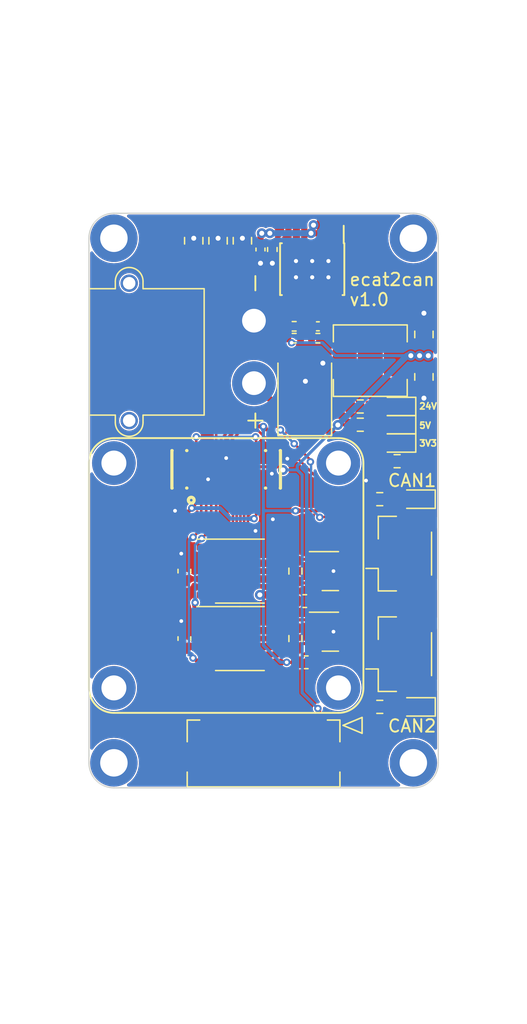
<source format=kicad_pcb>
(kicad_pcb (version 20221018) (generator pcbnew)
  (layers (0 "F.Cu" signal) (31 "B.Cu" signal) (34 "B.Paste" user) (35 "F.Paste" user) (36 "B.SilkS" user "B.Silkscreen") (37 "F.SilkS" user "F.Silkscreen") (38 "B.Mask" user) (39 "F.Mask" user) (44 "Edge.Cuts" user))
  (net 0 "")
  (net 1 "GND")
  (net 2 "+5V")
  (net 3 "3V3")
  (net 4 "+48V")
  (net 5 "Net-(U6-SW)")
  (net 6 "Net-(U6-BOOT)")
  (net 7 "Net-(D1-A)")
  (net 8 "Net-(D2-A)")
  (net 9 "Net-(D3-A)")
  (net 10 "Net-(D4-A)")
  (net 11 "Net-(D5-A)")
  (net 12 "/LED_CAN0")
  (net 13 "/LED_CAN1")
  (net 14 "/CAN/CAN_L")
  (net 15 "/CAN/CAN_H")
  (net 16 "/CAN1/CAN_L")
  (net 17 "/CAN1/CAN_H")
  (net 18 "Net-(U6-RT{slash}SYNC)")
  (net 19 "/UART_RX")
  (net 20 "/UART_TX")
  (net 21 "/GPIO4")
  (net 22 "/GPIO5")
  (net 23 "/GPIO6")
  (net 24 "/GPIO7")
  (net 25 "/GPIO8")
  (net 26 "/SPI_SCS")
  (net 27 "/SPI_SCK")
  (net 28 "/SPI_MOSI")
  (net 29 "/SPI_MISO")
  (net 30 "/GPIO3")
  (net 31 "/GPIO2")
  (net 32 "/GPIO1")
  (net 33 "/FDCAN2_RX")
  (net 34 "/FDCAN2_TX")
  (net 35 "/FDCAN1_TX")
  (net 36 "/FDCAN1_RX")
  (net 37 "Net-(U6-PG)")
  (net 38 "Net-(U6-FB)")
  (footprint "LED_SMD:LED_0603_1608Metric" (layer "F.Cu") (at 167.7125 87.93 180)
    (fp_text reference "D4" hide)
    (fp_text value "YELLOW")
    (pad "1" smd roundrect (at -0.7875 0 180) (size 0.875 0.95) (layers "F.Cu" "F.Paste" "F.Mask") (net 1 "GND"))
    (pad "2" smd roundrect (at 0.7875 0 180) (size 0.875 0.95) (layers "F.Cu" "F.Paste" "F.Mask") (net 10 "Net-(D4-A)"))
  )
  (footprint "Resistor_SMD:R_0603_1608Metric" (layer "F.Cu") (at 166.3115 110.52 180)
    (fp_text reference "R5" hide)
    (fp_text value "1K")
    (pad "1" smd roundrect (at -0.825 0 180) (size 0.8 0.95) (layers "F.Cu" "F.Paste" "F.Mask") (net 8 "Net-(D2-A)"))
    (pad "2" smd roundrect (at 0.825 0 180) (size 0.8 0.95) (layers "F.Cu" "F.Paste" "F.Mask") (net 3 "3V3"))
  )
  (footprint "Capacitor_SMD:C_0805_2012Metric" (layer "F.Cu") (at 169.85 80.7 90)
    (fp_text reference "C15" hide)
    (fp_text value "47uF/10V")
    (pad "1" smd roundrect (at -0.95 0 90) (size 1 1.45) (layers "F.Cu" "F.Paste" "F.Mask") (net 2 "+5V"))
    (pad "2" smd roundrect (at 0.95 0 90) (size 1 1.45) (layers "F.Cu" "F.Paste" "F.Mask") (net 1 "GND"))
  )
  (footprint "Package_TO_SOT_SMD:SOT-23" (layer "F.Cu") (at 162.35 99.65)
    (fp_text reference "U5" hide)
    (fp_text value "PESD1CAN")
    (pad "1" smd roundrect (at -0.9375 -0.95) (size 1.475 0.6) (layers "F.Cu" "F.Paste" "F.Mask") (net 17 "/CAN1/CAN_H"))
    (pad "2" smd roundrect (at -0.9375 0.95) (size 1.475 0.6) (layers "F.Cu" "F.Paste" "F.Mask") (net 16 "/CAN1/CAN_L"))
    (pad "3" smd roundrect (at 0.9375 0) (size 1.475 0.6) (layers "F.Cu" "F.Paste" "F.Mask") (net 1 "GND"))
  )
  (footprint "ecat:SMD_NUT_M1.6" (layer "F.Cu") (at 145 109)
    (fp_text reference "H2" hide)
    (fp_text value "Nut" hide)
    (pad "1" thru_hole circle (at 0 0) (size 3.5 3.5) (drill 2) (layers "*.Cu" "*.Mask" "F.Paste"))
  )
  (footprint "Resistor_SMD:R_0402_1005Metric" (layer "F.Cu") (at 157.7 73.9 -90)
    (fp_text reference "R11" hide)
    (fp_text value "64.9k")
    (pad "1" smd roundrect (at -0.51 0 270) (size 0.54 0.64) (layers "F.Cu" "F.Paste" "F.Mask") (net 18 "Net-(U6-RT{slash}SYNC)"))
    (pad "2" smd roundrect (at 0.51 0 270) (size 0.54 0.64) (layers "F.Cu" "F.Paste" "F.Mask") (net 1 "GND"))
  )
  (footprint "Capacitor_SMD:C_0603_1608Metric" (layer "F.Cu") (at 160.3 102.05)
    (fp_text reference "C6" hide)
    (fp_text value "100n")
    (pad "1" smd roundrect (at -0.775 0) (size 0.9 0.95) (layers "F.Cu" "F.Paste" "F.Mask") (net 3 "3V3"))
    (pad "2" smd roundrect (at 0.775 0) (size 0.9 0.95) (layers "F.Cu" "F.Paste" "F.Mask") (net 1 "GND"))
  )
  (footprint "Resistor_SMD:R_0402_1005Metric" (layer "F.Cu") (at 159.45 80.05)
    (fp_text reference "R12" hide)
    (fp_text value "100k")
    (pad "1" smd roundrect (at -0.51 0) (size 0.54 0.64) (layers "F.Cu" "F.Paste" "F.Mask") (net 2 "+5V"))
    (pad "2" smd roundrect (at 0.51 0) (size 0.54 0.64) (layers "F.Cu" "F.Paste" "F.Mask") (net 37 "Net-(U6-PG)"))
  )
  (footprint "MountingHole:MountingHole_2.2mm_M2_DIN965_Pad" (layer "F.Cu") (at 169 115)
    (fp_text reference "H4" hide)
    (fp_text value "MountingHole")
    (pad "1" thru_hole circle (at 0 0) (size 3.8 3.8) (drill 2.2) (layers "*.Cu" "*.Mask"))
  )
  (footprint "Resistor_SMD:R_0603_1608Metric" (layer "F.Cu") (at 167.7 90.85 180)
    (fp_text reference "R8" hide)
    (fp_text value "1K")
    (pad "1" smd roundrect (at -0.825 0 180) (size 0.8 0.95) (layers "F.Cu" "F.Paste" "F.Mask") (net 9 "Net-(D3-A)"))
    (pad "2" smd roundrect (at 0.825 0 180) (size 0.8 0.95) (layers "F.Cu" "F.Paste" "F.Mask") (net 3 "3V3"))
  )
  (footprint "Capacitor_SMD:C_0805_2012Metric" (layer "F.Cu") (at 151.4 73.2 90)
    (fp_text reference "C10" hide)
    (fp_text value "2.2uF/100V")
    (pad "1" smd roundrect (at -0.95 0 90) (size 1 1.45) (layers "F.Cu" "F.Paste" "F.Mask") (net 4 "+48V"))
    (pad "2" smd roundrect (at 0.95 0 90) (size 1 1.45) (layers "F.Cu" "F.Paste" "F.Mask") (net 1 "GND"))
  )
  (footprint "Diode_SMD:D_SMB" (layer "F.Cu") (at 160.3 85.15 90)
    (fp_text reference "D7" hide)
    (fp_text value "SMBJ58")
    (pad "1" smd roundrect (at -2.15 0 90) (size 2.5 2.3) (layers "F.Cu" "F.Paste" "F.Mask") (roundrect_rratio 0.1086956522) (net 4 "+48V"))
    (pad "2" smd roundrect (at 2.15 0 90) (size 2.5 2.3) (layers "F.Cu" "F.Paste" "F.Mask") (roundrect_rratio 0.1086956522) (net 1 "GND"))
  )
  (footprint "Package_SO:Texas_HTSOP-8-1EP_3.9x4.9mm_P1.27mm_EP2.95x4.9mm_Mask2.4x3.1mm_ThermalVias" (layer "F.Cu") (at 160.895 75.475 -90)
    (fp_text reference "U6" hide)
    (fp_text value "LMR38020FDDAR")
    (pad "1" smd rect (at -2.875 -1.905 270) (size 2.2 0.5) (layers "F.Cu" "F.Paste" "F.Mask") (net 1 "GND"))
    (pad "2" smd rect (at -2.875 -0.635 270) (size 2.2 0.5) (layers "F.Cu" "F.Paste" "F.Mask") (net 4 "+48V"))
    (pad "3" smd rect (at -2.875 0.635 270) (size 2.2 0.5) (layers "F.Cu" "F.Paste" "F.Mask") (net 4 "+48V"))
    (pad "4" smd rect (at -2.875 1.905 270) (size 2.2 0.5) (layers "F.Cu" "F.Paste" "F.Mask") (net 18 "Net-(U6-RT{slash}SYNC)"))
    (pad "5" smd rect (at 2.875 1.905 270) (size 2.2 0.5) (layers "F.Cu" "F.Paste" "F.Mask") (net 38 "Net-(U6-FB)"))
    (pad "6" smd rect (at 2.875 0.635 270) (size 2.2 0.5) (layers "F.Cu" "F.Paste" "F.Mask") (net 37 "Net-(U6-PG)"))
    (pad "7" smd rect (at 2.875 -0.635 270) (size 2.2 0.5) (layers "F.Cu" "F.Paste" "F.Mask") (net 6 "Net-(U6-BOOT)"))
    (pad "8" smd rect (at 2.875 -1.905 270) (size 2.2 0.5) (layers "F.Cu" "F.Paste" "F.Mask") (net 5 "Net-(U6-SW)"))
    (pad "9" thru_hole circle (at -0.65 -1.3 270) (size 0.63 0.63) (drill 0.33) (layers "*.Cu" "*.Mask") (net 1 "GND"))
    (pad "9" thru_hole circle (at -0.65 0 270) (size 0.63 0.63) (drill 0.33) (layers "*.Cu" "*.Mask") (net 1 "GND"))
    (pad "9" thru_hole circle (at -0.65 1.3 270) (size 0.63 0.63) (drill 0.33) (layers "*.Cu" "*.Mask") (net 1 "GND"))
    (pad "9" smd rect (at 0 0 270) (size 2.6 3.3) (layers "B.Cu") (net 1 "GND"))
    (pad "9" smd rect (at 0 0 270) (size 2.95 4.9) (layers "F.Cu") (net 1 "GND"))
    (pad "9" thru_hole circle (at 0.65 -1.3 270) (size 0.63 0.63) (drill 0.33) (layers "*.Cu" "*.Mask") (net 1 "GND"))
    (pad "9" thru_hole circle (at 0.65 0 270) (size 0.63 0.63) (drill 0.33) (layers "*.Cu" "*.Mask") (net 1 "GND"))
    (pad "9" thru_hole circle (at 0.65 1.3 270) (size 0.63 0.63) (drill 0.33) (layers "*.Cu" "*.Mask") (net 1 "GND"))
  )
  (footprint "Resistor_SMD:R_0603_1608Metric" (layer "F.Cu") (at 159.55 99.65 -90)
    (fp_text reference "R7" hide)
    (fp_text value "120")
    (pad "1" smd roundrect (at -0.825 0 270) (size 0.8 0.95) (layers "F.Cu" "F.Paste" "F.Mask") (net 17 "/CAN1/CAN_H"))
    (pad "2" smd roundrect (at 0.825 0 270) (size 0.8 0.95) (layers "F.Cu" "F.Paste" "F.Mask") (net 16 "/CAN1/CAN_L"))
  )
  (footprint "LED_SMD:LED_0603_1608Metric" (layer "F.Cu") (at 169.2735 110.52 180)
    (fp_text reference "D2" hide)
    (fp_text value "BLUE")
    (pad "1" smd roundrect (at -0.7875 0 180) (size 0.875 0.95) (layers "F.Cu" "F.Paste" "F.Mask") (net 13 "/LED_CAN1"))
    (pad "2" smd roundrect (at 0.7875 0 180) (size 0.875 0.95) (layers "F.Cu" "F.Paste" "F.Mask") (net 8 "Net-(D2-A)"))
  )
  (footprint "Capacitor_SMD:C_0603_1608Metric" (layer "F.Cu") (at 150.65 99.65 90)
    (fp_text reference "C8" hide)
    (fp_text value "100n")
    (pad "1" smd roundrect (at -0.775 0 90) (size 0.9 0.95) (layers "F.Cu" "F.Paste" "F.Mask") (net 2 "+5V"))
    (pad "2" smd roundrect (at 0.775 0 90) (size 0.9 0.95) (layers "F.Cu" "F.Paste" "F.Mask") (net 1 "GND"))
  )
  (footprint "ecat:SMD_NUT_M1.6" (layer "F.Cu") (at 145 91)
    (fp_text reference "H1" hide)
    (fp_text value "Nut" hide)
    (pad "1" thru_hole circle (at 0 0) (size 3.5 3.5) (drill 2) (layers "*.Cu" "*.Mask" "F.Paste"))
  )
  (footprint "Capacitor_SMD:C_0402_1005Metric" (layer "F.Cu") (at 161.35 80.05 180)
    (fp_text reference "C13" hide)
    (fp_text value "100nF")
    (pad "1" smd roundrect (at -0.48 0 180) (size 0.56 0.62) (layers "F.Cu" "F.Paste" "F.Mask") (net 5 "Net-(U6-SW)"))
    (pad "2" smd roundrect (at 0.48 0 180) (size 0.56 0.62) (layers "F.Cu" "F.Paste" "F.Mask") (net 6 "Net-(U6-BOOT)"))
  )
  (footprint "MountingHole:MountingHole_2.2mm_M2_DIN965_Pad" (layer "F.Cu") (at 169 73)
    (fp_text reference "H7" hide)
    (fp_text value "MountingHole")
    (pad "1" thru_hole circle (at 0 0) (size 3.8 3.8) (drill 2.2) (layers "*.Cu" "*.Mask"))
  )
  (footprint "MountingHole:MountingHole_2.2mm_M2_DIN965_Pad" (layer "F.Cu") (at 145 73)
    (fp_text reference "H6" hide)
    (fp_text value "MountingHole")
    (pad "1" thru_hole circle (at 0 0) (size 3.8 3.8) (drill 2.2) (layers "*.Cu" "*.Mask"))
  )
  (footprint "ecat:CONN-SMD_30P-P0.40_AXT330224" (layer "F.Cu") (at 154 91.5)
    (fp_text reference "J17" hide)
    (fp_text value "axt330224" hide)
    (pad "" smd rect (at -3.75 -1.5) (size 0.7 1.2) (layers "F.Cu" "F.Paste" "F.Mask"))
    (pad "" smd rect (at -3.75 1.5) (size 0.7 1.2) (layers "F.Cu" "F.Paste" "F.Mask"))
    (pad "" smd rect (at 3.75 -1.5) (size 0.7 1.2) (layers "F.Cu" "F.Paste" "F.Mask"))
    (pad "" smd rect (at 3.75 1.5) (size 0.7 1.2) (layers "F.Cu" "F.Paste" "F.Mask"))
    (pad "1" smd rect (at -2.8 1.7) (size 0.2 0.8) (layers "F.Cu" "F.Paste" "F.Mask") (net 1 "GND"))
    (pad "2" smd rect (at -2.4 1.7) (size 0.2 0.8) (layers "F.Cu" "F.Paste" "F.Mask") (net 2 "+5V"))
    (pad "3" smd rect (at -2 1.7) (size 0.2 0.8) (layers "F.Cu" "F.Paste" "F.Mask") (net 33 "/FDCAN2_RX"))
    (pad "4" smd rect (at -1.6 1.7) (size 0.2 0.8) (layers "F.Cu" "F.Paste" "F.Mask") (net 34 "/FDCAN2_TX"))
    (pad "5" smd rect (at -1.2 1.7) (size 0.2 0.8) (layers "F.Cu" "F.Paste" "F.Mask") (net 35 "/FDCAN1_TX"))
    (pad "6" smd rect (at -0.8 1.7) (size 0.2 0.8) (layers "F.Cu" "F.Paste" "F.Mask") (net 36 "/FDCAN1_RX"))
    (pad "7" smd rect (at -0.4 1.7) (size 0.2 0.8) (layers "F.Cu" "F.Paste" "F.Mask") (net 19 "/UART_RX"))
    (pad "8" smd rect (at 0 1.7) (size 0.2 0.8) (layers "F.Cu" "F.Paste" "F.Mask") (net 20 "/UART_TX"))
    (pad "9" smd rect (at 0.4 1.7) (size 0.2 0.8) (layers "F.Cu" "F.Paste" "F.Mask") (net 21 "/GPIO4"))
    (pad "10" smd rect (at 0.8 1.7) (size 0.2 0.8) (layers "F.Cu" "F.Paste" "F.Mask") (net 22 "/GPIO5"))
    (pad "11" smd rect (at 1.2 1.7) (size 0.2 0.8) (layers "F.Cu" "F.Paste" "F.Mask") (net 23 "/GPIO6"))
    (pad "12" smd rect (at 1.6 1.7) (size 0.2 0.8) (layers "F.Cu" "F.Paste" "F.Mask") (net 24 "/GPIO7"))
    (pad "13" smd rect (at 2 1.7) (size 0.2 0.8) (layers "F.Cu" "F.Paste" "F.Mask") (net 25 "/GPIO8"))
    (pad "14" smd rect (at 2.4 1.7) (size 0.2 0.8) (layers "F.Cu" "F.Paste" "F.Mask") (net 2 "+5V"))
    (pad "15" smd rect (at 2.8 1.7) (size 0.2 0.8) (layers "F.Cu" "F.Paste" "F.Mask") (net 1 "GND"))
    (pad "16" smd rect (at 2.8 -1.7) (size 0.2 0.8) (layers "F.Cu" "F.Paste" "F.Mask") (net 1 "GND"))
    (pad "17" smd rect (at 2.4 -1.7) (size 0.2 0.8) (layers "F.Cu" "F.Paste" "F.Mask") (net 2 "+5V"))
    (pad "18" smd rect (at 2 -1.7) (size 0.2 0.8) (layers "F.Cu" "F.Paste" "F.Mask") (net 26 "/SPI_SCS"))
    (pad "19" smd rect (at 1.6 -1.7) (size 0.2 0.8) (layers "F.Cu" "F.Paste" "F.Mask") (net 27 "/SPI_SCK"))
    (pad "20" smd rect (at 1.2 -1.7) (size 0.2 0.8) (layers "F.Cu" "F.Paste" "F.Mask") (net 28 "/SPI_MOSI"))
    (pad "21" smd rect (at 0.8 -1.7) (size 0.2 0.8) (layers "F.Cu" "F.Paste" "F.Mask") (net 29 "/SPI_MISO"))
    (pad "22" smd rect (at 0.4 -1.7) (size 0.2 0.8) (layers "F.Cu" "F.Paste" "F.Mask") (net 12 "/LED_CAN0"))
    (pad "23" smd rect (at 0 -1.7) (size 0.2 0.8) (layers "F.Cu" "F.Paste" "F.Mask") (net 1 "GND"))
    (pad "24" smd rect (at -0.4 -1.7) (size 0.2 0.8) (layers "F.Cu" "F.Paste" "F.Mask") (net 3 "3V3"))
    (pad "25" smd rect (at -0.8 -1.7) (size 0.2 0.8) (layers "F.Cu" "F.Paste" "F.Mask") (net 13 "/LED_CAN1"))
    (pad "26" smd rect (at -1.2 -1.7) (size 0.2 0.8) (layers "F.Cu" "F.Paste" "F.Mask") (net 30 "/GPIO3"))
    (pad "27" smd rect (at -1.6 -1.7) (size 0.2 0.8) (layers "F.Cu" "F.Paste" "F.Mask") (net 31 "/GPIO2"))
    (pad "28" smd rect (at -2 -1.7) (size 0.2 0.8) (layers "F.Cu" "F.Paste" "F.Mask") (net 32 "/GPIO1"))
    (pad "29" smd rect (at -2.4 -1.7) (size 0.2 0.8) (layers "F.Cu" "F.Paste" "F.Mask") (net 2 "+5V"))
    (pad "30" smd rect (at -2.8 -1.7) (size 0.2 0.8) (layers "F.Cu" "F.Paste" "F.Mask") (net 1 "GND"))
  )
  (footprint "Resistor_SMD:R_0603_1608Metric" (layer "F.Cu") (at 164.745 86.47 180)
    (fp_text reference "R10" hide)
    (fp_text value "20K")
    (pad "1" smd roundrect (at -0.825 0 180) (size 0.8 0.95) (layers "F.Cu" "F.Paste" "F.Mask") (net 11 "Net-(D5-A)"))
    (pad "2" smd roundrect (at 0.825 0 180) (size 0.8 0.95) (layers "F.Cu" "F.Paste" "F.Mask") (net 4 "+48V"))
  )
  (footprint "Connector_AMASS:AMASS_XT30PW-M_1x02_P2.50mm_Horizontal" (layer "F.Cu") (at 156.225 79.6 90)
    (fp_text reference "J5" hide)
    (fp_text value "Conn_01x02")
    (fp_text user "-" (at 3 0 90) (layer "F.SilkS") (effects (font (size 1.5 1.5))))
    (fp_text user "+" (at -8 0 90) (layer "F.SilkS") (effects (font (size 1.5 1.5))))
    (pad "" thru_hole circle (at -8 -10 90) (size 1.4 1.4) (drill 1) (layers "*.Cu" "*.Mask"))
    (pad "" thru_hole circle (at 3 -10 90) (size 1.4 1.4) (drill 1) (layers "*.Cu" "*.Mask"))
    (pad "1" thru_hole rect (at 0 0 90) (size 3.5 3.5) (drill 1.9) (layers "*.Cu" "*.Mask") (net 1 "GND"))
    (pad "2" thru_hole circle (at -5 0 90) (size 3.5 3.5) (drill 1.9) (layers "*.Cu" "*.Mask") (net 4 "+48V"))
  )
  (footprint "Capacitor_SMD:C_0603_1608Metric" (layer "F.Cu") (at 160.42 106.95)
    (fp_text reference "C5" hide)
    (fp_text value "100n")
    (pad "1" smd roundrect (at -0.775 0) (size 0.9 0.95) (layers "F.Cu" "F.Paste" "F.Mask") (net 3 "3V3"))
    (pad "2" smd roundrect (at 0.775 0) (size 0.9 0.95) (layers "F.Cu" "F.Paste" "F.Mask") (net 1 "GND"))
  )
  (footprint "Capacitor_SMD:C_0402_1005Metric" (layer "F.Cu") (at 156.75 73.9 -90)
    (fp_text reference "C9" hide)
    (fp_text value "100nF")
    (pad "1" smd roundrect (at -0.48 0 270) (size 0.56 0.62) (layers "F.Cu" "F.Paste" "F.Mask") (net 4 "+48V"))
    (pad "2" smd roundrect (at 0.48 0 270) (size 0.56 0.62) (layers "F.Cu" "F.Paste" "F.Mask") (net 1 "GND"))
  )
  (footprint "ecat:SMD_NUT_M1.6" (layer "F.Cu") (at 163 109)
    (fp_text reference "H10" hide)
    (fp_text value "Nut" hide)
    (pad "1" thru_hole circle (at 0 0) (size 3.5 3.5) (drill 2) (layers "*.Cu" "*.Mask" "F.Paste"))
  )
  (footprint "ecat:CON_5013311007" (layer "F.Cu") (at 161.496 112.000001)
    (fp_text reference "J1" hide)
    (fp_text value "5013311007")
    (pad "1" smd rect (at 0 0) (size 0.6 1.55) (layers "F.Cu" "F.Paste" "F.Mask") (net 2 "+5V"))
    (pad "2" smd rect (at -1.000001 0) (size 0.6 1.55) (layers "F.Cu" "F.Paste" "F.Mask") (net 1 "GND"))
    (pad "3" smd rect (at -2.000001 0) (size 0.6 1.55) (layers "F.Cu" "F.Paste" "F.Mask") (net 25 "/GPIO8"))
    (pad "4" smd rect (at -2.999999 0) (size 0.6 1.55) (layers "F.Cu" "F.Paste" "F.Mask") (net 24 "/GPIO7"))
    (pad "5" smd rect (at -4 0) (size 0.6 1.55) (layers "F.Cu" "F.Paste" "F.Mask") (net 23 "/GPIO6"))
    (pad "6" smd rect (at -5 0) (size 0.6 1.55) (layers "F.Cu" "F.Paste" "F.Mask") (net 22 "/GPIO5"))
    (pad "7" smd rect (at -6.000001 0) (size 0.6 1.55) (layers "F.Cu" "F.Paste" "F.Mask") (net 21 "/GPIO4"))
    (pad "8" smd rect (at -7.000001 0) (size 0.6 1.55) (layers "F.Cu" "F.Paste" "F.Mask") (net 30 "/GPIO3"))
    (pad "9" smd rect (at -7.999999 0) (size 0.6 1.55) (layers "F.Cu" "F.Paste" "F.Mask") (net 31 "/GPIO2"))
    (pad "10" smd rect (at -9 0) (size 0.6 1.55) (layers "F.Cu" "F.Paste" "F.Mask") (net 32 "/GPIO1"))
    (pad "11" smd rect (at 1.3 2.525001) (size 1.2 1.8) (layers "F.Cu" "F.Paste" "F.Mask"))
    (pad "12" smd rect (at -10.3 2.525001) (size 1.2 1.8) (layers "F.Cu" "F.Paste" "F.Mask"))
  )
  (footprint "ecat:SMD_NUT_M1.6" (layer "F.Cu") (at 163 91)
    (fp_text reference "H3" hide)
    (fp_text value "Nut" hide)
    (pad "1" thru_hole circle (at 0 0) (size 3.5 3.5) (drill 2) (layers "*.Cu" "*.Mask" "F.Paste"))
  )
  (footprint "Connector_JST:JST_GH_SM02B-GHS-TB_1x02-1MP_P1.25mm_Horizontal" (layer "F.Cu") (at 167.9 98.25 90)
    (fp_text reference "J3" hide)
    (fp_text value "Conn_01x02")
    (pad "1" smd roundrect (at -0.625 -1.85 90) (size 0.6 1.7) (layers "F.Cu" "F.Paste" "F.Mask") (net 16 "/CAN1/CAN_L"))
    (pad "2" smd roundrect (at 0.625 -1.85 90) (size 0.6 1.7) (layers "F.Cu" "F.Paste" "F.Mask") (net 17 "/CAN1/CAN_H"))
    (pad "MP" smd roundrect (at -2.475 1.35 90) (size 1 2.7) (layers "F.Cu" "F.Paste" "F.Mask"))
    (pad "MP" smd roundrect (at 2.475 1.35 90) (size 1 2.7) (layers "F.Cu" "F.Paste" "F.Mask"))
  )
  (footprint "MountingHole:MountingHole_2.2mm_M2_DIN965_Pad" (layer "F.Cu") (at 145 115)
    (fp_text reference "H5" hide)
    (fp_text value "MountingHole")
    (pad "1" thru_hole circle (at 0 0) (size 3.8 3.8) (drill 2.2) (layers "*.Cu" "*.Mask"))
  )
  (footprint "LED_SMD:LED_0603_1608Metric" (layer "F.Cu") (at 167.7125 86.47 180)
    (fp_text reference "D5" hide)
    (fp_text value "RED")
    (pad "1" smd roundrect (at -0.7875 0 180) (size 0.875 0.95) (layers "F.Cu" "F.Paste" "F.Mask") (net 1 "GND"))
    (pad "2" smd roundrect (at 0.7875 0 180) (size 0.875 0.95) (layers "F.Cu" "F.Paste" "F.Mask") (net 11 "Net-(D5-A)"))
  )
  (footprint "Resistor_SMD:R_0603_1608Metric" (layer "F.Cu") (at 164.75 87.93 180)
    (fp_text reference "R9" hide)
    (fp_text value "1K")
    (pad "1" smd roundrect (at -0.825 0 180) (size 0.8 0.95) (layers "F.Cu" "F.Paste" "F.Mask") (net 10 "Net-(D4-A)"))
    (pad "2" smd roundrect (at 0.825 0 180) (size 0.8 0.95) (layers "F.Cu" "F.Paste" "F.Mask") (net 2 "+5V"))
  )
  (footprint "Capacitor_SMD:C_0805_2012Metric" (layer "F.Cu") (at 169.85 84.1 -90)
    (fp_text reference "C14" hide)
    (fp_text value "47uF/10V")
    (pad "1" smd roundrect (at -0.95 0 270) (size 1 1.45) (layers "F.Cu" "F.Paste" "F.Mask") (net 2 "+5V"))
    (pad "2" smd roundrect (at 0.95 0 270) (size 1 1.45) (layers "F.Cu" "F.Paste" "F.Mask") (net 1 "GND"))
  )
  (footprint "Package_SO:SOIC-8_3.9x4.9mm_P1.27mm" (layer "F.Cu") (at 155.1 105.05)
    (fp_text reference "U2" hide)
    (fp_text value "TJA1051T-3")
    (pad "1" smd roundrect (at -2.475 -1.905) (size 1.95 0.6) (layers "F.Cu" "F.Paste" "F.Mask") (net 34 "/FDCAN2_TX"))
    (pad "2" smd roundrect (at -2.475 -0.635) (size 1.95 0.6) (layers "F.Cu" "F.Paste" "F.Mask") (net 1 "GND"))
    (pad "3" smd roundrect (at -2.475 0.635) (size 1.95 0.6) (layers "F.Cu" "F.Paste" "F.Mask") (net 2 "+5V"))
    (pad "4" smd roundrect (at -2.475 1.905) (size 1.95 0.6) (layers "F.Cu" "F.Paste" "F.Mask") (net 33 "/FDCAN2_RX"))
    (pad "5" smd roundrect (at 2.475 1.905) (size 1.95 0.6) (layers "F.Cu" "F.Paste" "F.Mask") (net 3 "3V3"))
    (pad "6" smd roundrect (at 2.475 0.635) (size 1.95 0.6) (layers "F.Cu" "F.Paste" "F.Mask") (net 14 "/CAN/CAN_L"))
    (pad "7" smd roundrect (at 2.475 -0.635) (size 1.95 0.6) (layers "F.Cu" "F.Paste" "F.Mask") (net 15 "/CAN/CAN_H"))
    (pad "8" smd roundrect (at 2.475 -1.905) (size 1.95 0.6) (layers "F.Cu" "F.Paste" "F.Mask") (net 1 "GND"))
  )
  (footprint "Resistor_SMD:R_0402_1005Metric" (layer "F.Cu") (at 161.35 81)
    (fp_text reference "R14" hide)
    (fp_text value "10k")
    (pad "1" smd roundrect (at -0.51 0) (size 0.54 0.64) (layers "F.Cu" "F.Paste" "F.Mask") (net 38 "Net-(U6-FB)"))
    (pad "2" smd roundrect (at 0.51 0) (size 0.54 0.64) (layers "F.Cu" "F.Paste" "F.Mask") (net 1 "GND"))
  )
  (footprint "Package_TO_SOT_SMD:SOT-23" (layer "F.Cu") (at 162.35 104.5)
    (fp_text reference "U4" hide)
    (fp_text value "PESD1CAN")
    (pad "1" smd roundrect (at -0.9375 -0.95) (size 1.475 0.6) (layers "F.Cu" "F.Paste" "F.Mask") (net 15 "/CAN/CAN_H"))
    (pad "2" smd roundrect (at -0.9375 0.95) (size 1.475 0.6) (layers "F.Cu" "F.Paste" "F.Mask") (net 14 "/CAN/CAN_L"))
    (pad "3" smd roundrect (at 0.9375 0) (size 1.475 0.6) (layers "F.Cu" "F.Paste" "F.Mask") (net 1 "GND"))
  )
  (footprint "Connector_JST:JST_GH_SM02B-GHS-TB_1x02-1MP_P1.25mm_Horizontal" (layer "F.Cu") (at 167.9 106.3 90)
    (fp_text reference "J2" hide)
    (fp_text value "Conn_01x02")
    (pad "1" smd roundrect (at -0.625 -1.85 90) (size 0.6 1.7) (layers "F.Cu" "F.Paste" "F.Mask") (net 14 "/CAN/CAN_L"))
    (pad "2" smd roundrect (at 0.625 -1.85 90) (size 0.6 1.7) (layers "F.Cu" "F.Paste" "F.Mask") (net 15 "/CAN/CAN_H"))
    (pad "MP" smd roundrect (at -2.475 1.35 90) (size 1 2.7) (layers "F.Cu" "F.Paste" "F.Mask"))
    (pad "MP" smd roundrect (at 2.475 1.35 90) (size 1 2.7) (layers "F.Cu" "F.Paste" "F.Mask"))
  )
  (footprint "Package_SO:SOIC-8_3.9x4.9mm_P1.27mm" (layer "F.Cu") (at 155.1 99.65)
    (fp_text reference "U3" hide)
    (fp_text value "TJA1051T-3")
    (pad "1" smd roundrect (at -2.475 -1.905) (size 1.95 0.6) (layers "F.Cu" "F.Paste" "F.Mask") (net 35 "/FDCAN1_TX"))
    (pad "2" smd roundrect (at -2.475 -0.635) (size 1.95 0.6) (layers "F.Cu" "F.Paste" "F.Mask") (net 1 "GND"))
    (pad "3" smd roundrect (at -2.475 0.635) (size 1.95 0.6) (layers "F.Cu" "F.Paste" "F.Mask") (net 2 "+5V"))
    (pad "4" smd roundrect (at -2.475 1.905) (size 1.95 0.6) (layers "F.Cu" "F.Paste" "F.Mask") (net 36 "/FDCAN1_RX"))
    (pad "5" smd roundrect (at 2.475 1.905) (size 1.95 0.6) (layers "F.Cu" "F.Paste" "F.Mask") (net 3 "3V3"))
    (pad "6" smd roundrect (at 2.475 0.635) (size 1.95 0.6) (layers "F.Cu" "F.Paste" "F.Mask") (net 16 "/CAN1/CAN_L"))
    (pad "7" smd roundrect (at 2.475 -0.635) (size 1.95 0.6) (layers "F.Cu" "F.Paste" "F.Mask") (net 17 "/CAN1/CAN_H"))
    (pad "8" smd roundrect (at 2.475 -1.905) (size 1.95 0.6) (layers "F.Cu" "F.Paste" "F.Mask") (net 1 "GND"))
  )
  (footprint "Resistor_SMD:R_0402_1005Metric" (layer "F.Cu") (at 159.45 81)
    (fp_text reference "R13" hide)
    (fp_text value "40.2k")
    (pad "1" smd roundrect (at -0.51 0) (size 0.54 0.64) (layers "F.Cu" "F.Paste" "F.Mask") (net 2 "+5V"))
    (pad "2" smd roundrect (at 0.51 0) (size 0.54 0.64) (layers "F.Cu" "F.Paste" "F.Mask") (net 38 "Net-(U6-FB)"))
  )
  (footprint "LED_SMD:LED_0603_1608Metric" (layer "F.Cu") (at 169.271 93.89 180)
    (fp_text reference "D1" hide)
    (fp_text value "BLUE")
    (pad "1" smd roundrect (at -0.7875 0 180) (size 0.875 0.95) (layers "F.Cu" "F.Paste" "F.Mask") (net 12 "/LED_CAN0"))
    (pad "2" smd roundrect (at 0.7875 0 180) (size 0.875 0.95) (layers "F.Cu" "F.Paste" "F.Mask") (net 7 "Net-(D1-A)"))
  )
  (footprint "Resistor_SMD:R_0603_1608Metric" (layer "F.Cu") (at 166.309 93.89 180)
    (fp_text reference "R4" hide)
    (fp_text value "1K")
    (pad "1" smd roundrect (at -0.825 0 180) (size 0.8 0.95) (layers "F.Cu" "F.Paste" "F.Mask") (net 7 "Net-(D1-A)"))
    (pad "2" smd roundrect (at 0.825 0 180) (size 0.8 0.95) (layers "F.Cu" "F.Paste" "F.Mask") (net 3 "3V3"))
  )
  (footprint "Capacitor_SMD:C_0805_2012Metric" (layer "F.Cu") (at 153.35 73.2 90)
    (fp_text reference "C11" hide)
    (fp_text value "2.2uF/100V")
    (pad "1" smd roundrect (at -0.95 0 90) (size 1 1.45) (layers "F.Cu" "F.Paste" "F.Mask") (net 4 "+48V"))
    (pad "2" smd roundrect (at 0.95 0 90) (size 1 1.45) (layers "F.Cu" "F.Paste" "F.Mask") (net 1 "GND"))
  )
  (footprint "Resistor_SMD:R_0603_1608Metric" (layer "F.Cu") (at 159.55 105.05 -90)
    (fp_text reference "R6" hide)
    (fp_text value "120")
    (pad "1" smd roundrect (at -0.825 0 270) (size 0.8 0.95) (layers "F.Cu" "F.Paste" "F.Mask") (net 15 "/CAN/CAN_H"))
    (pad "2" smd roundrect (at 0.825 0 270) (size 0.8 0.95) (layers "F.Cu" "F.Paste" "F.Mask") (net 14 "/CAN/CAN_L"))
  )
  (footprint "LED_SMD:LED_0603_1608Metric" (layer "F.Cu") (at 167.7125 89.39 180)
    (fp_text reference "D3" hide)
    (fp_text value "GREEN")
    (pad "1" smd roundrect (at -0.7875 0 180) (size 0.875 0.95) (layers "F.Cu" "F.Paste" "F.Mask") (net 1 "GND"))
    (pad "2" smd roundrect (at 0.7875 0 180) (size 0.875 0.95) (layers "F.Cu" "F.Paste" "F.Mask") (net 9 "Net-(D3-A)"))
  )
  (footprint "Inductor_SMD:L_Chilisin_BMRB00050518-B" (layer "F.Cu") (at 165.55 82.8)
    (fp_text reference "L2" hide)
    (fp_text value "15uH/2A")
    (pad "1" smd rect (at -2.05 0) (size 1.9 2.5) (layers "F.Cu" "F.Paste" "F.Mask") (net 5 "Net-(U6-SW)"))
    (pad "2" smd rect (at 2.05 0) (size 1.9 2.5) (layers "F.Cu" "F.Paste" "F.Mask") (net 2 "+5V"))
  )
  (footprint "Capacitor_SMD:C_0805_2012Metric" (layer "F.Cu") (at 155.3 73.2 90)
    (fp_text reference "C12" hide)
    (fp_text value "2.2uF/100V")
    (pad "1" smd roundrect (at -0.95 0 90) (size 1 1.45) (layers "F.Cu" "F.Paste" "F.Mask") (net 4 "+48V"))
    (pad "2" smd roundrect (at 0.95 0 90) (size 1 1.45) (layers "F.Cu" "F.Paste" "F.Mask") (net 1 "GND"))
  )
  (footprint "Capacitor_SMD:C_0603_1608Metric" (layer "F.Cu") (at 150.65 105.05 90)
    (fp_text reference "C7" hide)
    (fp_text value "100n")
    (pad "1" smd roundrect (at -0.775 0 90) (size 0.9 0.95) (layers "F.Cu" "F.Paste" "F.Mask") (net 2 "+5V"))
    (pad "2" smd roundrect (at 0.775 0 90) (size 0.9 0.95) (layers "F.Cu" "F.Paste" "F.Mask") (net 1 "GND"))
  )
  (gr_arc (start 163 89) (mid 164.414214 89.585786) (end 165 91) (stroke (width 0.15)) (layer "F.SilkS"))
  (gr_arc (start 143 91) (mid 143.585786 89.585786) (end 145 89) (stroke (width 0.15)) (layer "F.SilkS"))
  (gr_arc (start 145 111) (mid 143.585786 110.414214) (end 143 109) (stroke (width 0.15)) (layer "F.SilkS"))
  (gr_arc (start 165 109) (mid 164.414214 110.414214) (end 163 111) (stroke (width 0.15)) (layer "F.SilkS"))
  (gr_line (start 165 91) (end 165 109) (stroke (width 0.15)) (layer "F.SilkS"))
  (gr_line (start 145 89) (end 163 89) (stroke (width 0.15)) (layer "F.SilkS"))
  (gr_line (start 143 109) (end 143 91) (stroke (width 0.15)) (layer "F.SilkS"))
  (gr_line (start 163 111) (end 145 111) (stroke (width 0.15)) (layer "F.SilkS"))
  (gr_arc (start 169 71) (mid 170.414214 71.585786) (end 171 73) (stroke (width 0.1)) (layer "Edge.Cuts"))
  (gr_line (start 145 71) (end 169 71) (stroke (width 0.1)) (layer "Edge.Cuts"))
  (gr_arc (start 171 115) (mid 170.414214 116.414214) (end 169 117) (stroke (width 0.1)) (layer "Edge.Cuts"))
  (gr_arc (start 143 73) (mid 143.585786 71.585786) (end 145 71) (stroke (width 0.1)) (layer "Edge.Cuts"))
  (gr_arc (start 145 117) (mid 143.585786 116.414214) (end 143 115) (stroke (width 0.1)) (layer "Edge.Cuts"))
  (gr_line (start 171 73) (end 171 115) (stroke (width 0.1)) (layer "Edge.Cuts"))
  (gr_line (start 143 115) (end 143 73) (stroke (width 0.1)) (layer "Edge.Cuts"))
  (gr_line (start 169 117) (end 145 117) (stroke (width 0.1)) (layer "Edge.Cuts"))
  (gr_text "ecat2can\nv1.0" (at 163.8 78.5) (layer "F.SilkS") (effects (font (size 1 1)) (justify left bottom)))
  (gr_text "CAN2" (at 168.9 112.05) (layer "F.SilkS") (effects (font (size 1 1))))
  (gr_text "CAN1" (at 168.9 92.4) (layer "F.SilkS") (effects (font (size 1 1))))
  (gr_text "5V" (at 169.41 87.99) (layer "F.SilkS") (effects (font (size 0.5 0.5) (thickness 0.125) bold) (justify left)))
  (gr_text "24V" (at 169.41 86.45) (layer "F.SilkS") (effects (font (size 0.5 0.5) (thickness 0.125) bold) (justify left)))
  (gr_text "3V3" (at 169.41 89.41) (layer "F.SilkS") (effects (font (size 0.5 0.5) (thickness 0.125) bold) (justify left)))
  (via (at 151.4 73) (size 0.8) (drill 0.4) (layers "F.Cu" "B.Cu") (net 1))
  (via (at 153.35 73) (size 0.8) (drill 0.4) (layers "F.Cu" "B.Cu") (net 1))
  (via (at 156.75 75) (size 0.8) (drill 0.4) (layers "F.Cu" "B.Cu") (net 1))
  (via (at 150.4 98.25) (size 0.6) (drill 0.3) (layers "F.Cu" "B.Cu") (net 1))
  (via (at 149.9 94.82) (size 0.6) (drill 0.3) (layers "F.Cu" "B.Cu") (net 1))
  (via (at 157.66 91.85) (size 0.6) (drill 0.3) (layers "F.Cu" "B.Cu") (net 1))
  (via (at 156.35 96.43) (size 0.6) (drill 0.3) (layers "F.Cu" "B.Cu") (net 1))
  (via (at 157.7 75) (size 0.8) (drill 0.4) (layers "F.Cu" "B.Cu") (net 1))
  (via (at 158.9 90.65) (size 0.6) (drill 0.3) (layers "F.Cu" "B.Cu") (net 1))
  (via (at 169.85 79) (size 0.8) (drill 0.4) (layers "F.Cu" "B.Cu") (net 1))
  (via (at 150.4 103.65) (size 0.6) (drill 0.3) (layers "F.Cu" "B.Cu") (net 1))
  (via (at 154 90.6) (size 0.6) (drill 0.3) (layers "F.Cu" "B.Cu") (net 1))
  (via (at 160.35 84.45) (size 0.8) (drill 0.4) (layers "F.Cu" "B.Cu") (net 1))
  (via (at 152.55 92.3) (size 0.6) (drill 0.3) (layers "F.Cu" "B.Cu") (net 1))
  (via (at 162.6 99.65) (size 0.6) (drill 0.3) (layers "F.Cu" "B.Cu") (net 1))
  (via (at 157.74 95.5) (size 0.6) (drill 0.3) (layers "F.Cu" "B.Cu") (net 1))
  (via (at 162.6 104.5) (size 0.6) (drill 0.3) (layers "F.Cu" "B.Cu") (net 1))
  (via (at 155.3 73) (size 0.8) (drill 0.4) (layers "F.Cu" "B.Cu") (net 1))
  (via (at 165.21 92.4) (size 0.6) (drill 0.3) (layers "F.Cu" "B.Cu") (net 1))
  (via (at 161.75 83) (size 0.8) (drill 0.4) (layers "F.Cu" "B.Cu") (net 1))
  (via (at 169.85 85.8) (size 0.8) (drill 0.4) (layers "F.Cu" "B.Cu") (net 1))
  (segment (start 156.4 89.8) (end 156.4 91.15) (width 0.2) (layer "F.Cu") (net 2))
  (segment (start 149.600498 104.640498) (end 149.600498 101.319502) (width 0.32) (layer "F.Cu") (net 2))
  (segment (start 150.65 100.27) (end 149.600498 99.220498) (width 0.32) (layer "F.Cu") (net 2))
  (segment (start 151.2405 94.6095) (end 151.6 94.25) (width 0.2) (layer "F.Cu") (net 2))
  (segment (start 152.605 105.685) (end 150.655 105.685) (width 0.32) (layer "F.Cu") (net 2))
  (segment (start 156.4 93.2) (end 156.4 95.2895) (width 0.2) (layer "F.Cu") (net 2))
  (segment (start 156.4 88.9445) (end 156.3555 88.9) (width 0.2) (layer "F.Cu") (net 2))
  (segment (start 161.496 110.796) (end 161.35 110.65) (width 0.25) (layer "F.Cu") (net 2))
  (segment (start 158.3 91.3) (end 156.55 91.3) (width 0.25) (layer "F.Cu") (net 2))
  (segment (start 162.97 87.93) (end 162.95 87.95) (width 0.25) (layer "F.Cu") (net 2))
  (segment (start 163.925 87.93) (end 162.97 87.93) (width 0.25) (layer "F.Cu") (net 2))
  (segment (start 161.496 112.000001) (end 161.496 110.796) (width 0.25) (layer "F.Cu") (net 2))
  (segment (start 150.65 105.69) (end 149.600498 104.640498) (width 0.32) (layer "F.Cu") (net 2))
  (segment (start 152.605 100.275) (end 150.655 100.275) (width 0.32) (layer "F.Cu") (net 2))
  (segment (start 158.94 80.05) (end 158.94 81) (width 0.25) (layer "F.Cu") (net 2))
  (segment (start 158.55 91.55) (end 158.3 91.3) (width 0.25) (layer "F.Cu") (net 2))
  (segment (start 156.4 95.2895) (end 156.2395 95.45) (width 0.2) (layer "F.Cu") (net 2))
  (segment (start 149.600498 96.249502) (end 151.2405 94.6095) (width 0.32) (layer "F.Cu") (net 2))
  (segment (start 151.6 88.9) (end 151.6 89.8) (width 0.2) (layer "F.Cu") (net 2))
  (segment (start 151.6 94.25) (end 151.6 93.2) (width 0.2) (layer "F.Cu") (net 2))
  (segment (start 149.600498 101.319502) (end 150.65 100.27) (width 0.32) (layer "F.Cu") (net 2))
  (segment (start 149.600498 99.220498) (end 149.600498 96.249502) (width 0.32) (layer "F.Cu") (net 2))
  (segment (start 156.4 91.15) (end 156.4 93.2) (width 0.2) (layer "F.Cu") (net 2))
  (segment (start 156.55 91.3) (end 156.4 91.15) (width 0.25) (layer "F.Cu") (net 2))
  (segment (start 156.4 89.8) (end 156.4 88.9445) (width 0.2) (layer "F.Cu") (net 2))
  (via (at 151.2405 94.6095) (size 0.6) (drill 0.3) (layers "F.Cu" "B.Cu") (net 2))
  (via (at 158.55 91.55) (size 0.8) (drill 0.4) (layers "F.Cu" "B.Cu") (net 2))
  (via (at 168.8 82.4) (size 0.8) (drill 0.4) (layers "F.Cu" "B.Cu") (net 2))
  (via (at 161.35 110.65) (size 0.6) (drill 0.3) (layers "F.Cu" "B.Cu") (net 2))
  (via (at 162.95 87.95) (size 0.8) (drill 0.4) (layers "F.Cu" "B.Cu") (net 2))
  (via (at 159.242473 81.369892) (size 0.6) (drill 0.3) (layers "F.Cu" "B.Cu") (net 2))
  (via (at 170.2 82.4) (size 0.8) (drill 0.4) (layers "F.Cu" "B.Cu") (net 2))
  (via (at 169.5 82.4) (size 0.8) (drill 0.4) (layers "F.Cu" "B.Cu") (net 2))
  (via (at 156.2395 95.45) (size 0.6) (drill 0.3) (layers "F.Cu" "B.Cu") (net 2))
  (via (at 156.3555 88.9) (size 0.6) (drill 0.3) (layers "F.Cu" "B.Cu") (net 2))
  (via (at 151.6 88.9) (size 0.6) (drill 0.3) (layers "F.Cu" "B.Cu") (net 2))
  (segment (start 151.2405 94.6095) (end 153.50146 94.6095) (width 0.32) (layer "B.Cu") (net 2))
  (segment (start 162.95 87.95) (end 159.7 91.2) (width 0.25) (layer "B.Cu") (net 2))
  (segment (start 158.55 91.55) (end 159.7 91.55) (width 0.25) (layer "B.Cu") (net 2))
  (segment (start 162.75 82.4) (end 168.8 82.4) (width 0.25) (layer "B.Cu") (net 2))
  (segment (start 160.0868 91.9368) (end 159.7 91.55) (width 0.25) (layer "B.Cu") (net 2))
  (segment (start 161.35 110.65) (end 160.0868 109.3868) (width 0.25) (layer "B.Cu") (net 2))
  (segment (start 159.242473 81.369892) (end 161.719892 81.369892) (width 0.25) (layer "B.Cu") (net 2))
  (segment (start 162.95 87.95) (end 168.5 82.4) (width 0.5) (layer "B.Cu") (net 2))
  (segment (start 154.34196 95.45) (end 156.2395 95.45) (width 0.32) (layer "B.Cu") (net 2))
  (segment (start 161.719892 81.369892) (end 162.75 82.4) (width 0.25) (layer "B.Cu") (net 2))
  (segment (start 159.7 91.2) (end 159.7 91.55) (width 0.25) (layer "B.Cu") (net 2))
  (segment (start 156.3555 88.9) (end 151.6 88.9) (width 0.2) (layer "B.Cu") (net 2))
  (segment (start 168.5 82.4) (end 168.8 82.4) (width 0.5) (layer "B.Cu") (net 2))
  (segment (start 153.50146 94.6095) (end 154.34196 95.45) (width 0.32) (layer "B.Cu") (net 2))
  (segment (start 160.0868 109.3868) (end 160.0868 91.9368) (width 0.25) (layer "B.Cu") (net 2))
  (segment (start 157.575 101.555) (end 159.03 101.555) (width 0.25) (layer "F.Cu") (net 3))
  (segment (start 160.495 106.1) (end 163.35 106.1) (width 0.25) (layer "F.Cu") (net 3))
  (segment (start 165.4875 108.2375) (end 165.4875 110.52) (width 0.25) (layer "F.Cu") (net 3))
  (segment (start 165.485 93.89) (end 164.5568 94.8182) (width 0.25) (layer "F.Cu") (net 3))
  (segment (start 158.855 106.955) (end 159.64 106.955) (width 0.25) (layer "F.Cu") (net 3))
  (segment (start 159.03 101.555) (end 159.525 102.05) (width 0.25) (layer "F.Cu") (net 3))
  (segment (start 157.555 106.955) (end 158.845 106.955) (width 0.25) (layer "F.Cu") (net 3))
  (segment (start 153.6 89.0485) (end 153.6 89.8) (width 0.2) (layer "F.Cu") (net 3))
  (segment (start 159.645 106.95) (end 160.495 106.1) (width 0.25) (layer "F.Cu") (net 3))
  (segment (start 158.845 106.955) (end 158.85 106.95) (width 0.25) (layer "F.Cu") (net 3))
  (segment (start 157.76 88.85) (end 164.875 88.85) (width 0.2) (layer "F.Cu") (net 3))
  (segment (start 154.5785 88.07) (end 153.6 89.0485) (width 0.2) (layer "F.Cu") (net 3))
  (segment (start 158.85 106.95) (end 158.855 106.955) (width 0.25) (layer "F.Cu") (net 3))
  (segment (start 154.5785 88.07) (end 156.98 88.07) (width 0.2) (layer "F.Cu") (net 3))
  (segment (start 164.875 88.85) (end 166.875 90.85) (width 0.2) (layer "F.Cu") (net 3))
  (segment (start 156.98 88.07) (end 157.76 88.85) (width 0.2) (layer "F.Cu") (net 3))
  (segment (start 164.5568 94.8182) (end 159.5618 94.8182) (width 0.25) (layer "F.Cu") (net 3))
  (segment (start 163.35 106.1) (end 165.4875 108.2375) (width 0.25) (layer "F.Cu") (net 3))
  (via (at 156.98 88.07) (size 0.6) (drill 0.3) (layers "F.Cu" "B.Cu") (net 3))
  (via (at 156.7 101.55) (size 0.8) (drill 0.4) (layers "F.Cu" "B.Cu") (net 3))
  (via (at 159.5618 94.8182) (size 0.6) (drill 0.3) (layers "F.Cu" "B.Cu") (net 3))
  (via (at 158.85 106.95) (size 0.6) (drill 0.3) (layers "F.Cu" "B.Cu") (net 3))
  (segment (start 156.9982 94.8182) (end 156.98 94.8) (width 0.25) (layer "B.Cu") (net 3))
  (segment (start 158.3405 106.95) (end 156.98 105.5895) (width 0.25) (layer "B.Cu") (net 3))
  (segment (start 156.98 94.8) (end 156.98 88.07) (width 0.25) (layer "B.Cu") (net 3))
  (segment (start 158.85 106.95) (end 158.3405 106.95) (width 0.25) (layer "B.Cu") (net 3))
  (segment (start 159.5618 94.8182) (end 156.9982 94.8182) (width 0.25) (layer "B.Cu") (net 3))
  (segment (start 156.7 101.55) (end 156.98 101.27) (width 0.25) (layer "B.Cu") (net 3))
  (segment (start 156.98 101.83) (end 156.7 101.55) (width 0.25) (layer "B.Cu") (net 3))
  (segment (start 156.98 105.5895) (end 156.98 101.83) (width 0.25) (layer "B.Cu") (net 3))
  (segment (start 156.98 101.27) (end 156.98 94.8) (width 0.25) (layer "B.Cu") (net 3))
  (segment (start 163.92 86.47) (end 161.13 86.47) (width 0.25) (layer "F.Cu") (net 4))
  (segment (start 153.25 81.3) (end 153.25 77.1) (width 0.5) (layer "F.Cu") (net 4))
  (segment (start 158.925 87.3) (end 156.225 84.6) (width 0.5) (layer "F.Cu") (net 4))
  (segment (start 160.3 85.95) (end 158.5 84.15) (width 0.5) (layer "F.Cu") (net 4))
  (segment (start 158.5 84.15) (end 158.5 83) (width 0.5) (layer "F.Cu") (net 4))
  (segment (start 160.3 87.3) (end 158.925 87.3) (width 0.5) (layer "F.Cu") (net 4))
  (segment (start 157.6 82.1) (end 154.05 82.1) (width 0.5) (layer "F.Cu") (net 4))
  (segment (start 161.13 86.47) (end 160.3 87.3) (width 0.25) (layer "F.Cu") (net 4))
  (segment (start 155.3 74.15) (end 156.03 73.42) (width 0.5) (layer "F.Cu") (net 4))
  (segment (start 153.25 77.1) (end 151.4 75.25) (width 0.5) (layer "F.Cu") (net 4))
  (segment (start 154.05 82.1) (end 153.25 81.3) (width 0.5) (layer "F.Cu") (net 4))
  (segment (start 151.4 75.25) (end 151.4 74.15) (width 0.5) (layer "F.Cu") (net 4))
  (segment (start 156.75 72.7) (end 156.85 72.6) (width 0.5) (layer "F.Cu") (net 4))
  (segment (start 160.3 87.3) (end 160.3 85.95) (width 0.5) (layer "F.Cu") (net 4))
  (segment (start 158.5 83) (end 157.6 82.1) (width 0.5) (layer "F.Cu") (net 4))
  (segment (start 153.35 74.15) (end 155.3 74.15) (width 0.5) (layer "F.Cu") (net 4))
  (segment (start 156.03 73.42) (end 156.75 73.42) (width 0.5) (layer "F.Cu") (net 4))
  (segment (start 160.8 72.6) (end 161.53 72.6) (width 0.5) (layer "F.Cu") (net 4))
  (segment (start 151.4 74.15) (end 153.35 74.15) (width 0.5) (layer "F.Cu") (net 4))
  (segment (start 156.75 73.42) (end 156.75 72.7) (width 0.5) (layer "F.Cu") (net 4))
  (via (at 156.85 72.6) (size 0.8) (drill 0.4) (layers "F.Cu" "B.Cu") (net 4))
  (via (at 161 71.95) (size 0.8) (drill 0.4) (layers "F.Cu" "B.Cu") (net 4))
  (via (at 160.8 72.6) (size 0.8) (drill 0.4) (layers "F.Cu" "B.Cu") (net 4))
  (via (at 157.5 72.6) (size 0.8) (drill 0.4) (layers "F.Cu" "B.Cu") (net 4))
  (segment (start 156.85 72.6) (end 160.8 72.6) (width 0.5) (layer "B.Cu") (net 4))
  (segment (start 161.53 78.35) (end 161.53 79.39) (width 0.25) (layer "F.Cu") (net 6))
  (segment (start 161.53 79.39) (end 160.87 80.05) (width 0.25) (layer "F.Cu") (net 6))
  (segment (start 167.135 93.89) (end 168.4825 93.89) (width 0.25) (layer "F.Cu") (net 7))
  (segment (start 167.1375 110.52) (end 168.485 110.52) (width 0.25) (layer "F.Cu") (net 8))
  (segment (start 167.065 89.39) (end 168.525 90.85) (width 0.25) (layer "F.Cu") (net 9))
  (segment (start 165.575 87.93) (end 166.925 87.93) (width 0.32) (layer "F.Cu") (net 10))
  (segment (start 165.57 86.47) (end 166.925 86.47) (width 0.5) (layer "F.Cu") (net 11))
  (segment (start 154.4 89.2) (end 154.4 89.8) (width 0.2) (layer "F.Cu") (net 12))
  (segment (start 157.312607 89.15) (end 156.562607 88.4) (width 0.2) (layer "F.Cu") (net 12))
  (segment (start 155.2 88.4) (end 154.4 89.2) (width 0.2) (layer "F.Cu") (net 12))
  (segment (start 158.25 89.15) (end 157.312607 89.15) (width 0.2) (layer "F.Cu") (net 12))
  (segment (start 169.3835 93.215) (end 162.315 93.215) (width 0.2) (layer "F.Cu") (net 12))
  (segment (start 170.0585 93.89) (end 169.3835 93.215) (width 0.2) (layer "F.Cu") (net 12))
  (segment (start 162.315 93.215) (end 158.25 89.15) (width 0.2) (layer "F.Cu") (net 12))
  (segment (start 156.562607 88.4) (end 155.2 88.4) (width 0.2) (layer "F.Cu") (net 12))
  (segment (start 167.963604 109.475) (end 167.1 108.611396) (width 0.2) (layer "F.Cu") (net 13))
  (segment (start 170.061 110.52) (end 169.016 109.475) (width 0.2) (layer "F.Cu") (net 13))
  (segment (start 169.016 109.475) (end 167.963604 109.475) (width 0.2) (layer "F.Cu") (net 13))
  (segment (start 165.1182 95.3182) (end 161.5245 95.3182) (width 0.2) (layer "F.Cu") (net 13))
  (segment (start 153.2 88.375736) (end 153.2 89.8) (width 0.2) (layer "F.Cu") (net 13))
  (segment (start 160.75 90.9) (end 160.75 90.75) (width 0.2) (layer "F.Cu") (net 13))
  (segment (start 154.025736 87.55) (end 153.2 88.375736) (width 0.2) (layer "F.Cu") (net 13))
  (segment (start 160.75 90.75) (end 159.45 89.45) (width 0.2) (layer "F.Cu") (net 13))
  (segment (start 167.1 108.611396) (end 167.1 97.3) (width 0.2) (layer "F.Cu") (net 13))
  (segment (start 158.35 88.3505) (end 157.5495 87.55) (width 0.2) (layer "F.Cu") (net 13))
  (segment (start 161.5245 95.3182) (end 161.5 95.3427) (width 0.2) (layer "F.Cu") (net 13))
  (segment (start 157.5495 87.55) (end 154.025736 87.55) (width 0.2) (layer "F.Cu") (net 13))
  (segment (start 167.1 97.3) (end 165.1182 95.3182) (width 0.2) (layer "F.Cu") (net 13))
  (via (at 160.75 90.9) (size 0.6) (drill 0.3) (layers "F.Cu" "B.Cu") (net 13))
  (via (at 159.45 89.45) (size 0.6) (drill 0.3) (layers "F.Cu" "B.Cu") (net 13))
  (via (at 158.35 88.3505) (size 0.6) (drill 0.3) (layers "F.Cu" "B.Cu") (net 13))
  (via (at 161.5 95.3427) (size 0.6) (drill 0.3) (layers "F.Cu" "B.Cu") (net 13))
  (segment (start 160.8 94.6427) (end 160.8 90.95) (width 0.2) (layer "B.Cu") (net 13))
  (segment (start 158.35 88.3505) (end 158.3505 88.3505) (width 0.2) (layer "B.Cu") (net 13))
  (segment (start 161.5 95.3427) (end 160.8 94.6427) (width 0.2) (layer "B.Cu") (net 13))
  (segment (start 158.3505 88.3505) (end 159.45 89.45) (width 0.2) (layer "B.Cu") (net 13))
  (segment (start 160.8 90.95) (end 160.75 90.9) (width 0.2) (layer "B.Cu") (net 13))
  (segment (start 157.575 105.685) (end 159.36 105.685) (width 0.25) (layer "F.Cu") (net 14))
  (segment (start 161.2125 105.45) (end 159.975 105.45) (width 0.25) (layer "F.Cu") (net 14))
  (segment (start 163.65 105.45) (end 165.125 106.925) (width 0.25) (layer "F.Cu") (net 14))
  (segment (start 159.975 105.45) (end 159.55 105.875) (width 0.25) (layer "F.Cu") (net 14))
  (segment (start 165.125 106.925) (end 166.05 106.925) (width 0.25) (layer "F.Cu") (net 14))
  (segment (start 161.2125 105.45) (end 163.65 105.45) (width 0.25) (layer "F.Cu") (net 14))
  (segment (start 157.555 104.415) (end 158.95 104.415) (width 0.25) (layer "F.Cu") (net 15))
  (segment (start 163.915 103.55) (end 166.05 105.685) (width 0.25) (layer "F.Cu") (net 15))
  (segment (start 159.815 103.55) (end 161.315 103.55) (width 0.25) (layer "F.Cu") (net 15))
  (segment (start 161.1625 103.55) (end 163.915 103.55) (width 0.25) (layer "F.Cu") (net 15))
  (segment (start 158.95 104.415) (end 159.815 103.55) (width 0.25) (layer "F.Cu") (net 15))
  (segment (start 164.45 100.6) (end 166.05 99) (width 0.25) (layer "F.Cu") (net 16))
  (segment (start 161.2125 100.6) (end 159.675 100.6) (width 0.25) (layer "F.Cu") (net 16))
  (segment (start 157.575 100.285) (end 159.36 100.285) (width 0.25) (layer "F.Cu") (net 16))
  (segment (start 161.2125 100.6) (end 164.45 100.6) (width 0.25) (layer "F.Cu") (net 16))
  (segment (start 161.2125 98.7) (end 159.675 98.7) (width 0.25) (layer "F.Cu") (net 17))
  (segment (start 164.3 98.7) (end 161.2125 98.7) (width 0.25) (layer "F.Cu") (net 17))
  (segment (start 165.375 97.625) (end 164.3 98.7) (width 0.25) (layer "F.Cu") (net 17))
  (segment (start 157.575 99.015) (end 159.36 99.015) (width 0.25) (layer "F.Cu") (net 17))
  (segment (start 158.2 73.39) (end 158.99 72.6) (width 0.25) (layer "F.Cu") (net 18))
  (segment (start 157.7 73.39) (end 158.2 73.39) (width 0.25) (layer "F.Cu") (net 18))
  (segment (start 154.4 93.2) (end 154.4 94.933865) (width 0.2) (layer "F.Cu") (net 21))
  (segment (start 154.4 94.933865) (end 154.5395 95.073365) (width 0.2) (layer "F.Cu") (net 21))
  (segment (start 155.495999 109.945999) (end 155.495999 112.000001) (width 0.2) (layer "F.Cu") (net 21))
  (segment (start 154.5395 108.9895) (end 155.495999 109.945999) (width 0.2) (layer "F.Cu") (net 21))
  (segment (start 154.5395 95.073365) (end 154.5395 108.9895) (width 0.2) (layer "F.Cu") (net 21))
  (segment (start 156.496 110.296) (end 156.496 112.000001) (width 0.2) (layer "F.Cu") (net 22))
  (segment (start 154.8 93.2) (end 154.8 94.909601) (width 0.2) (layer "F.Cu") (net 22))
  (segment (start 154.8 94.909601) (end 154.8395 94.949101) (width 0.2) (layer "F.Cu") (net 22))
  (segment (start 154.8395 94.949101) (end 154.8395 108.6395) (width 0.2) (layer "F.Cu") (net 22))
  (segment (start 154.8395 108.6395) (end 156.496 110.296) (width 0.2) (layer "F.Cu") (net 22))
  (segment (start 157.496 110.346) (end 157.496 112.000001) (width 0.2) (layer "F.Cu") (net 23))
  (segment (start 155.1395 107.9895) (end 157.496 110.346) (width 0.2) (layer "F.Cu") (net 23))
  (segment (start 155.2 94.933865) (end 155.1395 94.994365) (width 0.2) (layer "F.Cu") (net 23))
  (segment (start 155.2 93.2) (end 155.2 94.933865) (width 0.2) (layer "F.Cu") (net 23))
  (segment (start 155.1395 94.994365) (end 155.1395 107.9895) (width 0.2) (layer "F.Cu") (net 23))
  (segment (start 155.4395 95.118629) (end 155.4395 107.3395) (width 0.2) (layer "F.Cu") (net 24))
  (segment (start 155.4395 107.3395) (end 158.496001 110.396001) (width 0.2) (layer "F.Cu") (net 24))
  (segment (start 155.6 94.958129) (end 155.4395 95.118629) (width 0.2) (layer "F.Cu") (net 24))
  (segment (start 155.6 93.2) (end 155.6 94.958129) (width 0.2) (layer "F.Cu") (net 24))
  (segment (start 158.496001 110.396001) (end 158.496001 112.000001) (width 0.2) (layer "F.Cu") (net 24))
  (segment (start 155.7395 106.7395) (end 159.495999 110.495999) (width 0.2) (layer "F.Cu") (net 25))
  (segment (start 155.7395 95.242893) (end 155.7395 106.7395) (width 0.2) (layer "F.Cu") (net 25))
  (segment (start 156 93.2) (end 156 94.982393) (width 0.2) (layer "F.Cu") (net 25))
  (segment (start 156 94.982393) (end 155.7395 95.242893) (width 0.2) (layer "F.Cu") (net 25))
  (segment (start 159.495999 110.495999) (end 159.495999 112.000001) (width 0.2) (layer "F.Cu") (net 25))
  (segment (start 151.7 92.2) (end 149.8 92.2) (width 0.2) (layer "F.Cu") (net 30))
  (segment (start 152.8 91.1) (end 151.7 92.2) (width 0.2) (layer "F.Cu") (net 30))
  (segment (start 152.8 89.8) (end 152.8 91.1) (width 0.2) (layer "F.Cu") (net 30))
  (segment (start 149.8 92.2) (end 149.2 92.8) (width 0.2) (layer "F.Cu") (net 30))
  (segment (start 149.2 105.6) (end 154.495999 110.895999) (width 0.2) (layer "F.Cu") (net 30))
  (segment (start 149.2 92.8) (end 149.2 105.6) (width 0.2) (layer "F.Cu") (net 30))
  (segment (start 154.495999 110.895999) (end 154.495999 112.000001) (width 0.2) (layer "F.Cu") (net 30))
  (segment (start 148.9 92.6) (end 148.9 106) (width 0.2) (layer "F.Cu") (net 31))
  (segment (start 148.9 106) (end 153.496001 110.596001) (width 0.2) (layer "F.Cu") (net 31))
  (segment (start 152.4 89.8) (end 152.4 91.05) (width 0.2) (layer "F.Cu") (net 31))
  (segment (start 153.496001 110.596001) (end 153.496001 112.000001) (width 0.2) (layer "F.Cu") (net 31))
  (segment (start 151.6 91.85) (end 149.65 91.85) (width 0.2) (layer "F.Cu") (net 31))
  (segment (start 152.4 91.05) (end 151.6 91.85) (width 0.2) (layer "F.Cu") (net 31))
  (segment (start 149.65 91.85) (end 148.9 92.6) (width 0.2) (layer "F.Cu") (net 31))
  (segment (start 152 90.925736) (end 151.375736 91.55) (width 0.2) (layer "F.Cu") (net 32))
  (segment (start 149.5 91.55) (end 148.6 92.45) (width 0.2) (layer "F.Cu") (net 32))
  (segment (start 152.496 110.296) (end 152.496 112.000001) (width 0.2) (layer "F.Cu") (net 32))
  (segment (start 152 89.8) (end 152 90.925736) (width 0.2) (layer "F.Cu") (net 32))
  (segment (start 151.375736 91.55) (end 149.5 91.55) (width 0.2) (layer "F.Cu") (net 32))
  (segment (start 148.6 92.45) (end 148.6 106.4) (width 0.2) (layer "F.Cu") (net 32))
  (segment (start 148.6 106.4) (end 152.496 110.296) (width 0.2) (layer "F.Cu") (net 32))
  (segment (start 151.347982 96.936898) (end 152 96.28488) (width 0.2) (layer "F.Cu") (net 33))
  (segment (start 151.685804 106.955) (end 152.605 106.955) (width 0.2) (layer "F.Cu") (net 33))
  (segment (start 151.340402 106.609598) (end 151.685804 106.955) (width 0.2) (layer "F.Cu") (net 33))
  (segment (start 152 96.28488) (end 152 93.2) (width 0.2) (layer "F.Cu") (net 33))
  (via (at 151.340402 106.609598) (size 0.6) (drill 0.3) (layers "F.Cu" "B.Cu") (net 33))
  (via (at 151.347982 96.936898) (size 0.6) (drill 0.3) (layers "F.Cu" "B.Cu") (net 33))
  (segment (start 151.010999 97.273881) (end 151.347982 96.936898) (width 0.2) (layer "B.Cu") (net 33))
  (segment (start 151.340402 106.609598) (end 151.010999 106.280195) (width 0.2) (layer "B.Cu") (net 33))
  (segment (start 151.010999 106.280195) (end 151.010999 97.273881) (width 0.2) (layer "B.Cu") (net 33))
  (segment (start 152.0405 97.0355) (end 152.4 96.676) (width 0.2) (layer "F.Cu") (net 34))
  (segment (start 152.4 96.676) (end 152.4 93.2) (width 0.2) (layer "F.Cu") (net 34))
  (segment (start 151.510999 102.174155) (end 151.510999 102.760999) (width 0.2) (layer "F.Cu") (net 34))
  (segment (start 151.510999 102.760999) (end 151.895 103.145) (width 0.2) (layer "F.Cu") (net 34))
  (via (at 151.510999 102.174155) (size 0.6) (drill 0.3) (layers "F.Cu" "B.Cu") (net 34))
  (via (at 152.0405 97.0355) (size 0.6) (drill 0.3) (layers "F.Cu" "B.Cu") (net 34))
  (segment (start 152.0405 97.0355) (end 151.510999 97.565001) (width 0.2) (layer "B.Cu") (net 34))
  (segment (start 151.510999 97.565001) (end 151.510999 102.174155) (width 0.2) (layer "B.Cu") (net 34))
  (segment (start 152.8 93.2) (end 152.8 97.57) (width 0.2) (layer "F.Cu") (net 35))
  (segment (start 153.2 95.25) (end 153.85 95.9) (width 0.2) (layer "F.Cu") (net 36))
  (segment (start 153.2 93.2) (end 153.2 95.25) (width 0.2) (layer "F.Cu") (net 36))
  (segment (start 153.85 95.9) (end 153.85 101) (width 0.2) (layer "F.Cu") (net 36))
  (segment (start 153.85 101) (end 153.295 101.555) (width 0.2) (layer "F.Cu") (net 36))
  (segment (start 160.26 79.75) (end 159.96 80.05) (width 0.25) (layer "F.Cu") (net 37))
  (segment (start 160.26 78.35) (end 160.26 79.75) (width 0.25) (layer "F.Cu") (net 37))
  (segment (start 160.84 81) (end 159.96 81) (width 0.25) (layer "F.Cu") (net 38))
  (segment (start 158.99 78.35) (end 159.435 78.795) (width 0.25) (layer "F.Cu") (net 38))
  (segment (start 159.435 80.475) (end 159.96 81) (width 0.25) (layer "F.Cu") (net 38))
  (segment (start 159.435 78.795) (end 159.435 80.475) (width 0.25) (layer "F.Cu") (net 38))
  (zone (net 5) (net_name "Net-(U6-SW)") (layer "F.Cu") (priority 3) (connect_pads yes (clearance 0.1)) (min_thickness 0.25) (fill yes (thermal_gap 0.5) (thermal_bridge_width 0.5))
    (polygon (pts (xy 162.55 77.25) (xy 162.55 79.45) (xy 161.55 79.75) (xy 161.55 80.35) (xy 162.55 80.85) (xy 162.55 84.05) (xy 164.45 84.05) (xy 164.45 77.25)))
  )
  (zone (net 2) (net_name "+5V") (layer "F.Cu") (priority 3) (connect_pads yes (clearance 0.1)) (min_thickness 0.25) (fill yes (thermal_gap 0.5) (thermal_bridge_width 0.5))
    (polygon (pts (xy 170.6 81.15) (xy 166.65 81.15) (xy 166.65 84.05) (xy 170.6 84.05)))
  )
  (zone (net 1) (net_name "GND") (layers "F&B.Cu") (priority 1) (connect_pads yes (clearance 0.1)) (min_thickness 0.25) (fill yes (thermal_gap 0.5) (thermal_bridge_width 0.5))
    (polygon (pts (xy 143 71) (xy 171 71) (xy 171 117) (xy 143 117)))
  )
)
</source>
